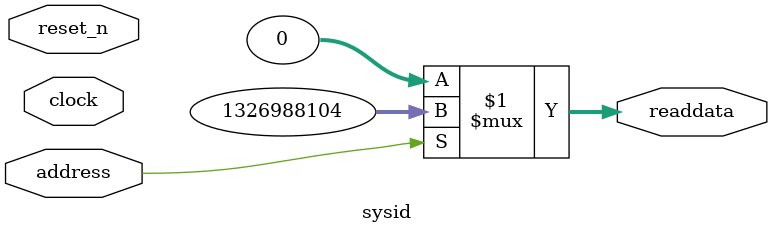
<source format=v>

`timescale 1ns / 1ps
// synthesis translate_on

// turn off superfluous verilog processor warnings 
// altera message_level Level1 
// altera message_off 10034 10035 10036 10037 10230 10240 10030 

module sysid (
               // inputs:
                address,
                clock,
                reset_n,

               // outputs:
                readdata
             )
;

  output  [ 31: 0] readdata;
  input            address;
  input            clock;
  input            reset_n;

  wire    [ 31: 0] readdata;
  //control_slave, which is an e_avalon_slave
  assign readdata = address ? 1326988104 : 0;

endmodule


</source>
